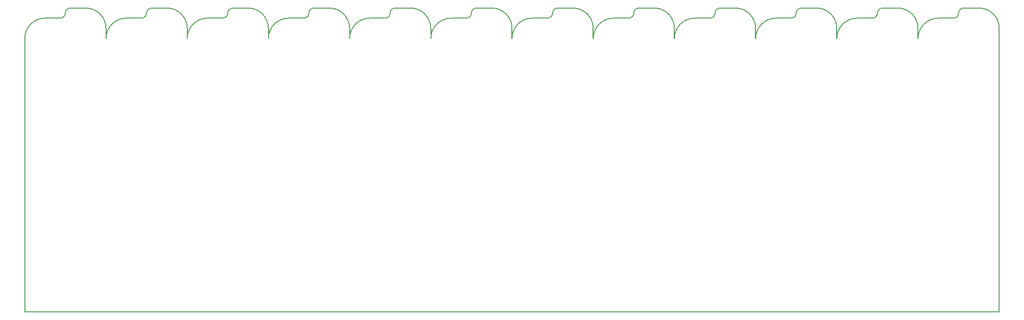
<source format=gm1>
G04 #@! TF.FileFunction,Profile,NP*
%FSLAX46Y46*%
G04 Gerber Fmt 4.6, Leading zero omitted, Abs format (unit mm)*
G04 Created by KiCad (PCBNEW 4.0.4-stable) date 03/22/17 00:45:15*
%MOMM*%
%LPD*%
G01*
G04 APERTURE LIST*
%ADD10C,0.100000*%
%ADD11C,0.150000*%
G04 APERTURE END LIST*
D10*
D11*
X183000000Y-126000000D02*
X183000000Y-128000000D01*
X119000000Y-126000000D02*
X119000000Y-128000000D01*
X55000000Y-182000000D02*
X71000000Y-182000000D01*
X71000000Y-126000000D02*
G75*
G03X67000000Y-122000000I-4000000J0D01*
G01*
X59000000Y-124000000D02*
G75*
G03X55000000Y-128000000I0J-4000000D01*
G01*
X55000000Y-128000000D02*
X55000000Y-182000000D01*
X64000000Y-122000000D02*
G75*
G03X63000000Y-123000000I0J-1000000D01*
G01*
X62000000Y-124000000D02*
G75*
G03X63000000Y-123000000I0J1000000D01*
G01*
X64000000Y-122000000D02*
X67000000Y-122000000D01*
X62000000Y-124000000D02*
X59000000Y-124000000D01*
X78000000Y-124000000D02*
X75000000Y-124000000D01*
X80000000Y-122000000D02*
X83000000Y-122000000D01*
X78000000Y-124000000D02*
G75*
G03X79000000Y-123000000I0J1000000D01*
G01*
X80000000Y-122000000D02*
G75*
G03X79000000Y-123000000I0J-1000000D01*
G01*
X75000000Y-124000000D02*
G75*
G03X71000000Y-128000000I0J-4000000D01*
G01*
X87000000Y-126000000D02*
G75*
G03X83000000Y-122000000I-4000000J0D01*
G01*
X71000000Y-182000000D02*
X87000000Y-182000000D01*
X103000000Y-182000000D02*
X119000000Y-182000000D01*
X119000000Y-126000000D02*
G75*
G03X115000000Y-122000000I-4000000J0D01*
G01*
X107000000Y-124000000D02*
G75*
G03X103000000Y-128000000I0J-4000000D01*
G01*
X112000000Y-122000000D02*
G75*
G03X111000000Y-123000000I0J-1000000D01*
G01*
X110000000Y-124000000D02*
G75*
G03X111000000Y-123000000I0J1000000D01*
G01*
X112000000Y-122000000D02*
X115000000Y-122000000D01*
X110000000Y-124000000D02*
X107000000Y-124000000D01*
X94000000Y-124000000D02*
X91000000Y-124000000D01*
X96000000Y-122000000D02*
X99000000Y-122000000D01*
X94000000Y-124000000D02*
G75*
G03X95000000Y-123000000I0J1000000D01*
G01*
X96000000Y-122000000D02*
G75*
G03X95000000Y-123000000I0J-1000000D01*
G01*
X91000000Y-124000000D02*
G75*
G03X87000000Y-128000000I0J-4000000D01*
G01*
X103000000Y-126000000D02*
G75*
G03X99000000Y-122000000I-4000000J0D01*
G01*
X87000000Y-182000000D02*
X103000000Y-182000000D01*
X71000000Y-126000000D02*
X71000000Y-128000000D01*
X87000000Y-126000000D02*
X87000000Y-128000000D01*
X103000000Y-126000000D02*
X103000000Y-128000000D01*
X183000000Y-182000000D02*
X199000000Y-182000000D01*
X199000000Y-126000000D02*
G75*
G03X195000000Y-122000000I-4000000J0D01*
G01*
X187000000Y-124000000D02*
G75*
G03X183000000Y-128000000I0J-4000000D01*
G01*
X192000000Y-122000000D02*
G75*
G03X191000000Y-123000000I0J-1000000D01*
G01*
X190000000Y-124000000D02*
G75*
G03X191000000Y-123000000I0J1000000D01*
G01*
X192000000Y-122000000D02*
X195000000Y-122000000D01*
X190000000Y-124000000D02*
X187000000Y-124000000D01*
X206000000Y-124000000D02*
X203000000Y-124000000D01*
X208000000Y-122000000D02*
X211000000Y-122000000D01*
X206000000Y-124000000D02*
G75*
G03X207000000Y-123000000I0J1000000D01*
G01*
X208000000Y-122000000D02*
G75*
G03X207000000Y-123000000I0J-1000000D01*
G01*
X203000000Y-124000000D02*
G75*
G03X199000000Y-128000000I0J-4000000D01*
G01*
X215000000Y-126000000D02*
G75*
G03X211000000Y-122000000I-4000000J0D01*
G01*
X199000000Y-182000000D02*
X215000000Y-182000000D01*
X231000000Y-182000000D02*
X247000000Y-182000000D01*
X247000000Y-126000000D02*
G75*
G03X243000000Y-122000000I-4000000J0D01*
G01*
X235000000Y-124000000D02*
G75*
G03X231000000Y-128000000I0J-4000000D01*
G01*
X240000000Y-122000000D02*
G75*
G03X239000000Y-123000000I0J-1000000D01*
G01*
X238000000Y-124000000D02*
G75*
G03X239000000Y-123000000I0J1000000D01*
G01*
X240000000Y-122000000D02*
X243000000Y-122000000D01*
X238000000Y-124000000D02*
X235000000Y-124000000D01*
X247000000Y-126000000D02*
X247000000Y-182000000D01*
X222000000Y-124000000D02*
X219000000Y-124000000D01*
X224000000Y-122000000D02*
X227000000Y-122000000D01*
X222000000Y-124000000D02*
G75*
G03X223000000Y-123000000I0J1000000D01*
G01*
X224000000Y-122000000D02*
G75*
G03X223000000Y-123000000I0J-1000000D01*
G01*
X219000000Y-124000000D02*
G75*
G03X215000000Y-128000000I0J-4000000D01*
G01*
X231000000Y-126000000D02*
G75*
G03X227000000Y-122000000I-4000000J0D01*
G01*
X215000000Y-182000000D02*
X231000000Y-182000000D01*
X199000000Y-126000000D02*
X199000000Y-128000000D01*
X215000000Y-126000000D02*
X215000000Y-128000000D01*
X231000000Y-126000000D02*
X231000000Y-128000000D01*
X167000000Y-126000000D02*
X167000000Y-128000000D01*
X151000000Y-126000000D02*
X151000000Y-128000000D01*
X135000000Y-126000000D02*
X135000000Y-128000000D01*
X151000000Y-182000000D02*
X167000000Y-182000000D01*
X167000000Y-126000000D02*
G75*
G03X163000000Y-122000000I-4000000J0D01*
G01*
X155000000Y-124000000D02*
G75*
G03X151000000Y-128000000I0J-4000000D01*
G01*
X160000000Y-122000000D02*
G75*
G03X159000000Y-123000000I0J-1000000D01*
G01*
X158000000Y-124000000D02*
G75*
G03X159000000Y-123000000I0J1000000D01*
G01*
X160000000Y-122000000D02*
X163000000Y-122000000D01*
X158000000Y-124000000D02*
X155000000Y-124000000D01*
X174000000Y-124000000D02*
X171000000Y-124000000D01*
X176000000Y-122000000D02*
X179000000Y-122000000D01*
X174000000Y-124000000D02*
G75*
G03X175000000Y-123000000I0J1000000D01*
G01*
X176000000Y-122000000D02*
G75*
G03X175000000Y-123000000I0J-1000000D01*
G01*
X171000000Y-124000000D02*
G75*
G03X167000000Y-128000000I0J-4000000D01*
G01*
X183000000Y-126000000D02*
G75*
G03X179000000Y-122000000I-4000000J0D01*
G01*
X167000000Y-182000000D02*
X183000000Y-182000000D01*
X135000000Y-182000000D02*
X151000000Y-182000000D01*
X151000000Y-126000000D02*
G75*
G03X147000000Y-122000000I-4000000J0D01*
G01*
X139000000Y-124000000D02*
G75*
G03X135000000Y-128000000I0J-4000000D01*
G01*
X144000000Y-122000000D02*
G75*
G03X143000000Y-123000000I0J-1000000D01*
G01*
X142000000Y-124000000D02*
G75*
G03X143000000Y-123000000I0J1000000D01*
G01*
X144000000Y-122000000D02*
X147000000Y-122000000D01*
X142000000Y-124000000D02*
X139000000Y-124000000D01*
X126000000Y-124000000D02*
X123000000Y-124000000D01*
X128000000Y-122000000D02*
X131000000Y-122000000D01*
X126000000Y-124000000D02*
G75*
G03X127000000Y-123000000I0J1000000D01*
G01*
X128000000Y-122000000D02*
G75*
G03X127000000Y-123000000I0J-1000000D01*
G01*
X123000000Y-124000000D02*
G75*
G03X119000000Y-128000000I0J-4000000D01*
G01*
X135000000Y-126000000D02*
G75*
G03X131000000Y-122000000I-4000000J0D01*
G01*
X119000000Y-182000000D02*
X135000000Y-182000000D01*
M02*

</source>
